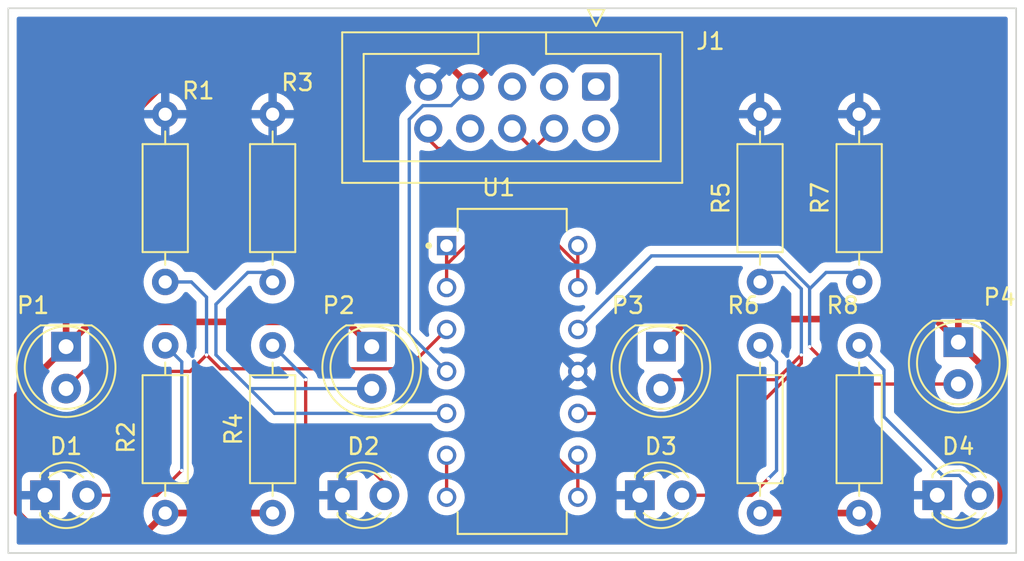
<source format=kicad_pcb>
(kicad_pcb (version 20211014) (generator pcbnew)
  (layers (0 "F.Cu" signal) (31 "B.Cu" signal) (34 "B.Paste" user) (35 "F.Paste" user) (36 "B.SilkS" user "B.Silkscreen") (37 "F.SilkS" user "F.Silkscreen") (38 "B.Mask" user) (39 "F.Mask" user) (44 "Edge.Cuts" user))
  (net 0 "")
  (net 1 "VCC")
  (net 2 "A1")
  (net 3 "GND")
  (net 4 "Net-(D2-Pad2)")
  (net 5 "A2")
  (net 6 "Net-(D4-Pad2)")
  (net 7 "A3")
  (net 8 "A4")
  (net 12 "D4")
  (net 14 "D3")
  (net 15 "D2")
  (net 16 "D1")
  (net 17 "Net-(D1-Pad2)")
  (net 18 "Net-(D3-Pad2)")
  (footprint "Resistor_THT:R_Axial_DIN0207_L6.3mm_D2.5mm_P10.16mm_Horizontal" (layer "F.Cu") (at 130.5 83.58 90)
    (fp_text reference "R5" (at 5.08 -2.37 90) (layer "F.SilkS"))
    (fp_text value "R" hide)
    (fp_line (start 8.35 1.37) (end 8.35 -1.37) (layer "F.SilkS") (width 0.12))
    (fp_line (start 1.04 0) (end 1.81 0) (layer "F.SilkS") (width 0.12))
    (fp_line (start 1.81 1.37) (end 8.35 1.37) (layer "F.SilkS") (width 0.12))
    (fp_line (start 1.81 -1.37) (end 1.81 1.37) (layer "F.SilkS") (width 0.12))
    (fp_line (start 9.12 0) (end 8.35 0) (layer "F.SilkS") (width 0.12))
    (fp_line (start 8.35 -1.37) (end 1.81 -1.37) (layer "F.SilkS") (width 0.12))
    (pad "1" thru_hole circle (at 0 0 90) (size 1.6 1.6) (drill 0.8) (layers *.Cu *.Mask) (net 7 "A3"))
    (pad "2" thru_hole oval (at 10.16 0 90) (size 1.6 1.6) (drill 0.8) (layers *.Cu *.Mask) (net 3 "GND"))
  )
  (footprint "Resistor_THT:R_Axial_DIN0207_L6.3mm_D2.5mm_P10.16mm_Horizontal" (layer "F.Cu") (at 101 83.58 90)
    (fp_text reference "R3" (at 12.08 1.5 180) (layer "F.SilkS"))
    (fp_text value "R" hide)
    (fp_line (start 8.35 1.37) (end 8.35 -1.37) (layer "F.SilkS") (width 0.12))
    (fp_line (start 8.35 -1.37) (end 1.81 -1.37) (layer "F.SilkS") (width 0.12))
    (fp_line (start 1.04 0) (end 1.81 0) (layer "F.SilkS") (width 0.12))
    (fp_line (start 1.81 -1.37) (end 1.81 1.37) (layer "F.SilkS") (width 0.12))
    (fp_line (start 1.81 1.37) (end 8.35 1.37) (layer "F.SilkS") (width 0.12))
    (fp_line (start 9.12 0) (end 8.35 0) (layer "F.SilkS") (width 0.12))
    (pad "1" thru_hole circle (at 0 0 90) (size 1.6 1.6) (drill 0.8) (layers *.Cu *.Mask) (net 5 "A2"))
    (pad "2" thru_hole oval (at 10.16 0 90) (size 1.6 1.6) (drill 0.8) (layers *.Cu *.Mask) (net 3 "GND"))
  )
  (footprint "LED_THT:LED_D3.0mm" (layer "F.Cu") (at 141.225 96.5)
    (fp_text reference "D4" (at 1.27 -2.96) (layer "F.SilkS"))
    (fp_text value "LED" hide)
    (fp_line (start -0.29 1.08) (end -0.29 1.236) (layer "F.SilkS") (width 0.12))
    (fp_line (start -0.29 -1.236) (end -0.29 -1.08) (layer "F.SilkS") (width 0.12))
    (fp_arc (start 0.229039 -1.08) (mid 1.270117 -1.5) (end 2.31113 -1.079837) (layer "F.SilkS") (width 0.12))
    (fp_arc (start -0.29 -1.235516) (mid 1.366487 -1.987659) (end 2.942335 -1.078608) (layer "F.SilkS") (width 0.12))
    (fp_arc (start 2.31113 1.079837) (mid 1.270117 1.5) (end 0.229039 1.08) (layer "F.SilkS") (width 0.12))
    (fp_arc (start 2.942335 1.078608) (mid 1.366487 1.987659) (end -0.29 1.235516) (layer "F.SilkS") (width 0.12))
    (pad "1" thru_hole rect (at 0 0) (size 1.8 1.8) (drill 0.9) (layers *.Cu *.Mask) (net 3 "GND"))
    (pad "2" thru_hole circle (at 2.54 0) (size 1.8 1.8) (drill 0.9) (layers *.Cu *.Mask) (net 6 "Net-(D4-Pad2)"))
  )
  (footprint "Resistor_THT:R_Axial_DIN0207_L6.3mm_D2.5mm_P10.16mm_Horizontal" (layer "F.Cu") (at 94.5 97.58 90)
    (fp_text reference "R2" (at 4.58 -2.37 90) (layer "F.SilkS"))
    (fp_text value "R")
    (fp_line (start 1.04 0) (end 1.81 0) (layer "F.SilkS") (width 0.12))
    (fp_line (start 1.81 1.37) (end 8.35 1.37) (layer "F.SilkS") (width 0.12))
    (fp_line (start 8.35 -1.37) (end 1.81 -1.37) (layer "F.SilkS") (width 0.12))
    (fp_line (start 1.81 -1.37) (end 1.81 1.37) (layer "F.SilkS") (width 0.12))
    (fp_line (start 9.12 0) (end 8.35 0) (layer "F.SilkS") (width 0.12))
    (fp_line (start 8.35 1.37) (end 8.35 -1.37) (layer "F.SilkS") (width 0.12))
    (pad "1" thru_hole circle (at 0 0 90) (size 1.6 1.6) (drill 0.8) (layers *.Cu *.Mask) (net 1 "VCC"))
    (pad "2" thru_hole oval (at 10.16 0 90) (size 1.6 1.6) (drill 0.8) (layers *.Cu *.Mask) (net 17 "Net-(D1-Pad2)"))
  )
  (footprint "Connector_IDC:IDC-Header_2x05_P2.54mm_Vertical" (layer "F.Cu") (at 120.58 71.7475 -90)
    (fp_text reference "J1" (at -2.7475 -6.92 180) (layer "F.SilkS"))
    (fp_text value "Conn_02x05_Odd_Even" hide)
    (fp_line (start -3.29 -5.21) (end 5.83 -5.21) (layer "F.SilkS") (width 0.12))
    (fp_line (start -3.29 3.03) (end -1.98 3.03) (layer "F.SilkS") (width 0.12))
    (fp_line (start -3.68 0) (end -4.68 -0.5) (layer "F.SilkS") (width 0.12))
    (fp_line (start -1.98 7.13) (end -1.98 7.13) (layer "F.SilkS") (width 0.12))
    (fp_line (start -4.68 0.5) (end -3.68 0) (layer "F.SilkS") (width 0.12))
    (fp_line (start 5.83 15.37) (end -3.29 15.37) (layer "F.SilkS") (width 0.12))
    (fp_line (start -1.98 -3.91) (end 4.52 -3.91) (layer "F.SilkS") (width 0.12))
    (fp_line (start 4.52 14.07) (end -1.98 14.07) (layer "F.SilkS") (width 0.12))
    (fp_line (start 5.83 -5.21) (end 5.83 15.37) (layer "F.SilkS") (width 0.12))
    (fp_line (start -1.98 14.07) (end -1.98 7.13) (layer "F.SilkS") (width 0.12))
    (fp_line (start -4.68 -0.5) (end -4.68 0.5) (layer "F.SilkS") (width 0.12))
    (fp_line (start -1.98 7.13) (end -3.29 7.13) (layer "F.SilkS") (width 0.12))
    (fp_line (start -1.98 3.03) (end -1.98 -3.91) (layer "F.SilkS") (width 0.12))
    (fp_line (start -3.29 15.37) (end -3.29 -5.21) (layer "F.SilkS") (width 0.12))
    (fp_line (start 4.52 -3.91) (end 4.52 14.07) (layer "F.SilkS") (width 0.12))
    (pad "1" thru_hole roundrect (at 0 0 270) (size 1.7 1.7) (drill 1) (layers *.Cu *.Mask) (roundrect_rratio 0.147059))
    (pad "2" thru_hole circle (at 2.54 0 270) (size 1.7 1.7) (drill 1) (layers *.Cu *.Mask))
    (pad "3" thru_hole circle (at 0 2.54 270) (size 1.7 1.7) (drill 1) (layers *.Cu *.Mask))
    (pad "4" thru_hole circle (at 2.54 2.54 270) (size 1.7 1.7) (drill 1) (layers *.Cu *.Mask) (net 12 "D4"))
    (pad "5" thru_hole circle (at 0 5.08 270) (size 1.7 1.7) (drill 1) (layers *.Cu *.Mask))
    (pad "6" thru_hole circle (at 2.54 5.08 270) (size 1.7 1.7) (drill 1) (layers *.Cu *.Mask) (net 14 "D3"))
    (pad "7" thru_hole circle (at 0 7.62 270) (size 1.7 1.7) (drill 1) (layers *.Cu *.Mask) (net 1 "VCC"))
    (pad "8" thru_hole circle (at 2.54 7.62 270) (size 1.7 1.7) (drill 1) (layers *.Cu *.Mask) (net 15 "D2"))
    (pad "9" thru_hole circle (at 0 10.16 270) (size 1.7 1.7) (drill 1) (layers *.Cu *.Mask) (net 3 "GND"))
    (pad "10" thru_hole circle (at 2.54 10.16 270) (size 1.7 1.7) (drill 1) (layers *.Cu *.Mask) (net 16 "D1"))
  )
  (footprint "Resistor_THT:R_Axial_DIN0207_L6.3mm_D2.5mm_P10.16mm_Horizontal" (layer "F.Cu") (at 130.5 97.58 90)
    (fp_text reference "R6" (at 12.58 -1 180) (layer "F.SilkS"))
    (fp_text value "R" hide)
    (fp_line (start 1.81 1.37) (end 8.35 1.37) (layer "F.SilkS") (width 0.12))
    (fp_line (start 1.81 -1.37) (end 1.81 1.37) (layer "F.SilkS") (width 0.12))
    (fp_line (start 8.35 -1.37) (end 1.81 -1.37) (layer "F.SilkS") (width 0.12))
    (fp_line (start 8.35 1.37) (end 8.35 -1.37) (layer "F.SilkS") (width 0.12))
    (fp_line (start 1.04 0) (end 1.81 0) (layer "F.SilkS") (width 0.12))
    (fp_line (start 9.12 0) (end 8.35 0) (layer "F.SilkS") (width 0.12))
    (pad "1" thru_hole circle (at 0 0 90) (size 1.6 1.6) (drill 0.8) (layers *.Cu *.Mask) (net 1 "VCC"))
    (pad "2" thru_hole oval (at 10.16 0 90) (size 1.6 1.6) (drill 0.8) (layers *.Cu *.Mask) (net 18 "Net-(D3-Pad2)"))
  )
  (footprint "LED_THT:LED_D5.0mm" (layer "F.Cu") (at 107 87.5 -90)
    (fp_text reference "P2" (at -2.5 2 180) (layer "F.SilkS"))
    (fp_text value "D_Photo" hide)
    (fp_line (start -1.29 -1.545) (end -1.29 1.545) (layer "F.SilkS") (width 0.12))
    (fp_arc (start -1.29 -1.54483) (mid 2.072002 -2.880433) (end 4.26 0.000462) (layer "F.SilkS") (width 0.12))
    (fp_arc (start 4.26 -0.000462) (mid 2.072002 2.880433) (end -1.29 1.54483) (layer "F.SilkS") (width 0.12))
    (fp_circle (center 1.27 0) (end 3.77 0) (layer "F.SilkS") (width 0.12) (fill none))
    (pad "1" thru_hole rect (at 0 0 270) (size 1.8 1.8) (drill 0.9) (layers *.Cu *.Mask) (net 1 "VCC"))
    (pad "2" thru_hole circle (at 2.54 0 270) (size 1.8 1.8) (drill 0.9) (layers *.Cu *.Mask) (net 5 "A2"))
  )
  (footprint "Resistor_THT:R_Axial_DIN0207_L6.3mm_D2.5mm_P10.16mm_Horizontal" (layer "F.Cu") (at 136.5 97.58 90)
    (fp_text reference "R8" (at 12.58 -1 180) (layer "F.SilkS"))
    (fp_text value "R" hide)
    (fp_line (start 1.81 -1.37) (end 1.81 1.37) (layer "F.SilkS") (width 0.12))
    (fp_line (start 8.35 -1.37) (end 1.81 -1.37) (layer "F.SilkS") (width 0.12))
    (fp_line (start 9.12 0) (end 8.35 0) (layer "F.SilkS") (width 0.12))
    (fp_line (start 1.81 1.37) (end 8.35 1.37) (layer "F.SilkS") (width 0.12))
    (fp_line (start 8.35 1.37) (end 8.35 -1.37) (layer "F.SilkS") (width 0.12))
    (fp_line (start 1.04 0) (end 1.81 0) (layer "F.SilkS") (width 0.12))
    (pad "1" thru_hole circle (at 0 0 90) (size 1.6 1.6) (drill 0.8) (layers *.Cu *.Mask) (net 1 "VCC"))
    (pad "2" thru_hole oval (at 10.16 0 90) (size 1.6 1.6) (drill 0.8) (layers *.Cu *.Mask) (net 6 "Net-(D4-Pad2)"))
  )
  (footprint "LED_THT:LED_D3.0mm" (layer "F.Cu") (at 123.225 96.5)
    (fp_text reference "D3" (at 1.27 -2.96) (layer "F.SilkS"))
    (fp_text value "LED" hide)
    (fp_line (start -0.29 1.08) (end -0.29 1.236) (layer "F.SilkS") (width 0.12))
    (fp_line (start -0.29 -1.236) (end -0.29 -1.08) (layer "F.SilkS") (width 0.12))
    (fp_arc (start -0.29 -1.235516) (mid 1.366487 -1.987659) (end 2.942335 -1.078608) (layer "F.SilkS") (width 0.12))
    (fp_arc (start 2.31113 1.079837) (mid 1.270117 1.5) (end 0.229039 1.08) (layer "F.SilkS") (width 0.12))
    (fp_arc (start 2.942335 1.078608) (mid 1.366487 1.987659) (end -0.29 1.235516) (layer "F.SilkS") (width 0.12))
    (fp_arc (start 0.229039 -1.08) (mid 1.270117 -1.5) (end 2.31113 -1.079837) (layer "F.SilkS") (width 0.12))
    (pad "1" thru_hole rect (at 0 0) (size 1.8 1.8) (drill 0.9) (layers *.Cu *.Mask) (net 3 "GND"))
    (pad "2" thru_hole circle (at 2.54 0) (size 1.8 1.8) (drill 0.9) (layers *.Cu *.Mask) (net 18 "Net-(D3-Pad2)"))
  )
  (footprint "LED_THT:LED_D5.0mm" (layer "F.Cu") (at 88.5 87.5 -90)
    (fp_text reference "P1" (at -2.5 2 180) (layer "F.SilkS"))
    (fp_text value "D_Photo" hide)
    (fp_line (start -1.29 -1.545) (end -1.29 1.545) (layer "F.SilkS") (width 0.12))
    (fp_arc (start -1.29 -1.54483) (mid 2.072002 -2.880433) (end 4.26 0.000462) (layer "F.SilkS") (width 0.12))
    (fp_arc (start 4.26 -0.000462) (mid 2.072002 2.880433) (end -1.29 1.54483) (layer "F.SilkS") (width 0.12))
    (fp_circle (center 1.27 0) (end 3.77 0) (layer "F.SilkS") (width 0.12) (fill none))
    (pad "1" thru_hole rect (at 0 0 270) (size 1.8 1.8) (drill 0.9) (layers *.Cu *.Mask) (net 1 "VCC"))
    (pad "2" thru_hole circle (at 2.54 0 270) (size 1.8 1.8) (drill 0.9) (layers *.Cu *.Mask) (net 2 "A1"))
  )
  (footprint "LED_THT:LED_D3.0mm" (layer "F.Cu") (at 87.225 96.5)
    (fp_text reference "D1" (at 1.27 -2.96) (layer "F.SilkS"))
    (fp_text value "LED" hide)
    (fp_line (start -0.29 1.08) (end -0.29 1.236) (layer "F.SilkS") (width 0.12))
    (fp_line (start -0.29 -1.236) (end -0.29 -1.08) (layer "F.SilkS") (width 0.12))
    (fp_arc (start 0.229039 -1.08) (mid 1.270117 -1.5) (end 2.31113 -1.079837) (layer "F.SilkS") (width 0.12))
    (fp_arc (start 2.31113 1.079837) (mid 1.270117 1.5) (end 0.229039 1.08) (layer "F.SilkS") (width 0.12))
    (fp_arc (start -0.29 -1.235516) (mid 1.366487 -1.987659) (end 2.942335 -1.078608) (layer "F.SilkS") (width 0.12))
    (fp_arc (start 2.942335 1.078608) (mid 1.366487 1.987659) (end -0.29 1.235516) (layer "F.SilkS") (width 0.12))
    (pad "1" thru_hole rect (at 0 0) (size 1.8 1.8) (drill 0.9) (layers *.Cu *.Mask) (net 3 "GND"))
    (pad "2" thru_hole circle (at 2.54 0) (size 1.8 1.8) (drill 0.9) (layers *.Cu *.Mask) (net 17 "Net-(D1-Pad2)"))
  )
  (footprint "Resistor_THT:R_Axial_DIN0207_L6.3mm_D2.5mm_P10.16mm_Horizontal" (layer "F.Cu") (at 136.5 83.58 90)
    (fp_text reference "R7" (at 5.08 -2.37 90) (layer "F.SilkS"))
    (fp_text value "R" hide)
    (fp_line (start 9.12 0) (end 8.35 0) (layer "F.SilkS") (width 0.12))
    (fp_line (start 8.35 -1.37) (end 1.81 -1.37) (layer "F.SilkS") (width 0.12))
    (fp_line (start 1.81 -1.37) (end 1.81 1.37) (layer "F.SilkS") (width 0.12))
    (fp_line (start 1.04 0) (end 1.81 0) (layer "F.SilkS") (width 0.12))
    (fp_line (start 8.35 1.37) (end 8.35 -1.37) (layer "F.SilkS") (width 0.12))
    (fp_line (start 1.81 1.37) (end 8.35 1.37) (layer "F.SilkS") (width 0.12))
    (pad "1" thru_hole circle (at 0 0 90) (size 1.6 1.6) (drill 0.8) (layers *.Cu *.Mask) (net 8 "A4"))
    (pad "2" thru_hole oval (at 10.16 0 90) (size 1.6 1.6) (drill 0.8) (layers *.Cu *.Mask) (net 3 "GND"))
  )
  (footprint "components_libraries:DIP794W45P254L1969H508Q14" (layer "F.Cu") (at 115.5 89)
    (fp_text reference "U1" (at -0.825 -11.135) (layer "F.SilkS"))
    (fp_text value "LM324")
    (fp_line (start -3.3 9.845) (end -3.3 8.525) (layer "F.SilkS") (width 0.127))
    (fp_line (start 3.3 9.845) (end -3.3 9.845) (layer "F.SilkS") (width 0.127))
    (fp_line (start 3.3 -9.845) (end 3.3 -8.525) (layer "F.SilkS") (width 0.127))
    (fp_line (start -3.3 -8.525) (end -3.3 -9.845) (layer "F.SilkS") (width 0.127))
    (fp_line (start -3.3 -9.845) (end 3.3 -9.845) (layer "F.SilkS") (width 0.127))
    (fp_line (start 3.3 8.525) (end 3.3 9.845) (layer "F.SilkS") (width 0.127))
    (fp_circle (center -5.055 -7.62) (end -4.955 -7.62) (layer "F.SilkS") (width 0.2) (fill none))
    (pad "1" thru_hole rect locked (at -3.97 -7.62) (size 1.17 1.17) (drill 0.77) (layers *.Cu *.Mask) (net 16 "D1"))
    (pad "2" thru_hole circle locked (at -3.97 -5.08) (size 1.17 1.17) (drill 0.77) (layers *.Cu *.Mask) (net 16 "D1"))
    (pad "3" thru_hole circle locked (at -3.97 -2.54) (size 1.17 1.17) (drill 0.77) (layers *.Cu *.Mask) (net 2 "A1"))
    (pad "4" thru_hole circle locked (at -3.97 0) (size 1.17 1.17) (drill 0.77) (layers *.Cu *.Mask) (net 1 "VCC"))
    (pad "5" thru_hole circle locked (at -3.97 2.54) (size 1.17 1.17) (drill 0.77) (layers *.Cu *.Mask) (net 5 "A2"))
    (pad "6" thru_hole circle locked (at -3.97 5.08) (size 1.17 1.17) (drill 0.77) (layers *.Cu *.Mask) (net 15 "D2"))
    (pad "7" thru_hole circle locked (at -3.97 7.62) (size 1.17 1.17) (drill 0.77) (layers *.Cu *.Mask) (net 15 "D2"))
    (pad "8" thru_hole circle locked (at 3.97 7.62) (size 1.17 1.17) (drill 0.77) (layers *.Cu *.Mask) (net 14 "D3"))
    (pad "9" thru_hole circle locked (at 3.97 5.08) (size 1.17 1.17) (drill 0.77) (layers *.Cu *.Mask) (net 14 "D3"))
    (pad "10" thru_hole circle locked (at 3.97 2.54) (size 1.17 1.17) (drill 0.77) (layers *.Cu *.Mask) (net 7 "A3"))
    (pad "11" thru_hole circle locked (at 3.97 0) (size 1.17 1.17) (drill 0.77) (layers *.Cu *.Mask) (net 3 "GND"))
    (pad "12" thru_hole circle locked (at 3.97 -2.54) (size 1.17 1.17) (drill 0.77) (layers *.Cu *.Mask) (net 8 "A4"))
    (pad "13" thru_hole circle locked (at 3.97 -5.08) (size 1.17 1.17) (drill 0.77) (layers *.Cu *.Mask) (net 12 "D4"))
    (pad "14" thru_hole circle locked (at 3.97 -7.62) (size 1.17 1.17) (drill 0.77) (layers *.Cu *.Mask) (net 12 "D4"))
  )
  (footprint "Resistor_THT:R_Axial_DIN0207_L6.3mm_D2.5mm_P10.16mm_Horizontal" (layer "F.Cu") (at 101 97.58 90)
    (fp_text reference "R4" (at 5.08 -2.37 90) (layer "F.SilkS"))
    (fp_text value "R")
    (fp_line (start 1.81 -1.37) (end 1.81 1.37) (layer "F.SilkS") (width 0.12))
    (fp_line (start 1.04 0) (end 1.81 0) (layer "F.SilkS") (width 0.12))
    (fp_line (start 8.35 1.37) (end 8.35 -1.37) (layer "F.SilkS") (width 0.12))
    (fp_line (start 9.12 0) (end 8.35 0) (layer "F.SilkS") (width 0.12))
    (fp_line (start 8.35 -1.37) (end 1.81 -1.37) (layer "F.SilkS") (width 0.12))
    (fp_line (start 1.81 1.37) (end 8.35 1.37) (layer "F.SilkS") (width 0.12))
    (pad "1" thru_hole circle (at 0 0 90) (size 1.6 1.6) (drill 0.8) (layers *.Cu *.Mask) (net 1 "VCC"))
    (pad "2" thru_hole oval (at 10.16 0 90) (size 1.6 1.6) (drill 0.8) (layers *.Cu *.Mask) (net 4 "Net-(D2-Pad2)"))
  )
  (footprint "Resistor_THT:R_Axial_DIN0207_L6.3mm_D2.5mm_P10.16mm_Horizontal" (layer "F.Cu") (at 94.5 83.58 90)
    (fp_text reference "R1" (at 11.58 2 180) (layer "F.SilkS"))
    (fp_text value "R" hide)
    (fp_line (start 8.35 1.37) (end 8.35 -1.37) (layer "F.SilkS") (width 0.12))
    (fp_line (start 1.81 1.37) (end 8.35 1.37) (layer "F.SilkS") (width 0.12))
    (fp_line (start 1.04 0) (end 1.81 0) (layer "F.SilkS") (width 0.12))
    (fp_line (start 1.81 -1.37) (end 1.81 1.37) (layer "F.SilkS") (width 0.12))
    (fp_line (start 9.12 0) (end 8.35 0) (layer "F.SilkS") (width 0.12))
    (fp_line (start 8.35 -1.37) (end 1.81 -1.37) (layer "F.SilkS") (width 0.12))
    (pad "1" thru_hole circle (at 0 0 90) (size 1.6 1.6) (drill 0.8) (layers *.Cu *.Mask) (net 2 "A1"))
    (pad "2" thru_hole oval (at 10.16 0 90) (size 1.6 1.6) (drill 0.8) (layers *.Cu *.Mask) (net 3 "GND"))
  )
  (footprint "LED_THT:LED_D5.0mm" (layer "F.Cu") (at 124.5 87.5 -90)
    (fp_text reference "P3" (at -2.5 2 180) (layer "F.SilkS"))
    (fp_text value "D_Photo" hide)
    (fp_line (start -1.29 -1.545) (end -1.29 1.545) (layer "F.SilkS") (width 0.12))
    (fp_arc (start -1.29 -1.54483) (mid 2.072002 -2.880433) (end 4.26 0.000462) (layer "F.SilkS") (width 0.12))
    (fp_arc (start 4.26 -0.000462) (mid 2.072002 2.880433) (end -1.29 1.54483) (layer "F.SilkS") (width 0.12))
    (fp_circle (center 1.27 0) (end 3.77 0) (layer "F.SilkS") (width 0.12) (fill none))
    (pad "1" thru_hole rect (at 0 0 270) (size 1.8 1.8) (drill 0.9) (layers *.Cu *.Mask) (net 1 "VCC"))
    (pad "2" thru_hole circle (at 2.54 0 270) (size 1.8 1.8) (drill 0.9) (layers *.Cu *.Mask) (net 7 "A3"))
  )
  (footprint "LED_THT:LED_D5.0mm" (layer "F.Cu") (at 142.5 87.225 -90)
    (fp_text reference "P4" (at -2.725 -2.5 180) (layer "F.SilkS"))
    (fp_text value "D_Photo" hide)
    (fp_line (start -1.29 -1.545) (end -1.29 1.545) (layer "F.SilkS") (width 0.12))
    (fp_arc (start -1.29 -1.54483) (mid 2.072002 -2.880433) (end 4.26 0.000462) (layer "F.SilkS") (width 0.12))
    (fp_arc (start 4.26 -0.000462) (mid 2.072002 2.880433) (end -1.29 1.54483) (layer "F.SilkS") (width 0.12))
    (fp_circle (center 1.27 0) (end 3.77 0) (layer "F.SilkS") (width 0.12) (fill none))
    (pad "1" thru_hole rect (at 0 0 270) (size 1.8 1.8) (drill 0.9) (layers *.Cu *.Mask) (net 1 "VCC"))
    (pad "2" thru_hole circle (at 2.54 0 270) (size 1.8 1.8) (drill 0.9) (layers *.Cu *.Mask) (net 8 "A4"))
  )
  (footprint "LED_THT:LED_D3.0mm" (layer "F.Cu") (at 105.225 96.5)
    (fp_text reference "D2" (at 1.27 -2.96) (layer "F.SilkS"))
    (fp_text value "LED" hide)
    (fp_line (start -0.29 -1.236) (end -0.29 -1.08) (layer "F.SilkS") (width 0.12))
    (fp_line (start -0.29 1.08) (end -0.29 1.236) (layer "F.SilkS") (width 0.12))
    (fp_arc (start 2.31113 1.079837) (mid 1.270117 1.5) (end 0.229039 1.08) (layer "F.SilkS") (width 0.12))
    (fp_arc (start 2.942335 1.078608) (mid 1.366487 1.987659) (end -0.29 1.235516) (layer "F.SilkS") (width 0.12))
    (fp_arc (start -0.29 -1.235516) (mid 1.366487 -1.987659) (end 2.942335 -1.078608) (layer "F.SilkS") (width 0.12))
    (fp_arc (start 0.229039 -1.08) (mid 1.270117 -1.5) (end 2.31113 -1.079837) (layer "F.SilkS") (width 0.12))
    (pad "1" thru_hole rect (at 0 0) (size 1.8 1.8) (drill 0.9) (layers *.Cu *.Mask) (net 3 "GND"))
    (pad "2" thru_hole circle (at 2.54 0) (size 1.8 1.8) (drill 0.9) (layers *.Cu *.Mask) (net 4 "Net-(D2-Pad2)"))
  )
  (gr_line (start 85 67) (end 146 67) (layer "Edge.Cuts") (width 0.1))
  (gr_line (start 146 67) (end 146 100) (layer "Edge.Cuts") (width 0.1))
  (gr_line (start 146 100) (end 85 100) (layer "Edge.Cuts") (width 0.1))
  (gr_line (start 85 100) (end 85 67) (layer "Edge.Cuts") (width 0.1))
  (segment (start 144.5 98.5) (end 145.065 97.935) (width 0.4) (layer "F.Cu") (net 1))
  (segment (start 85.542846 97.542846) (end 85.542846 90.457154) (width 0.4) (layer "F.Cu") (net 1))
  (segment (start 145.065 89.79) (end 142.5 87.225) (width 0.4) (layer "F.Cu") (net 1))
  (segment (start 142.5 87.225) (end 142.5 76.959266) (width 0.4) (layer "F.Cu") (net 1))
  (segment (start 124.5 87.5) (end 126.170733 85.829267) (width 0.4) (layer "F.Cu") (net 1))
  (segment (start 111.2125 70) (end 112.96 71.7475) (width 0.4) (layer "F.Cu") (net 1))
  (segment (start 90 86) (end 88.5 87.5) (width 0.4) (layer "F.Cu") (net 1))
  (segment (start 87 99) (end 85.542846 97.542846) (width 0.4) (layer "F.Cu") (net 1))
  (segment (start 142.5 76.959266) (end 135.540734 70) (width 0.4) (layer "F.Cu") (net 1))
  (segment (start 136.5 97.58) (end 137.42 98.5) (width 0.4) (layer "F.Cu") (net 1))
  (segment (start 135.540734 70) (end 114.7075 70) (width 0.4) (layer "F.Cu") (net 1))
  (segment (start 114.7075 70) (end 112.96 71.7475) (width 0.4) (layer "F.Cu") (net 1))
  (segment (start 88.5 77.5) (end 96 70) (width 0.4) (layer "F.Cu") (net 1))
  (segment (start 85.542846 90.457154) (end 88.5 87.5) (width 0.4) (layer "F.Cu") (net 1))
  (segment (start 94.5 97.58) (end 93.08 99) (width 0.4) (layer "F.Cu") (net 1))
  (segment (start 126.170733 85.829267) (end 141.104267 85.829267) (width 0.4) (layer "F.Cu") (net 1))
  (segment (start 145.065 97.935) (end 145.065 89.79) (width 0.4) (layer "F.Cu") (net 1))
  (segment (start 94.5 97.58) (end 101 97.58) (width 0.4) (layer "F.Cu") (net 1))
  (segment (start 130.5 97.58) (end 136.5 97.58) (width 0.4) (layer "F.Cu") (net 1))
  (segment (start 107 87.5) (end 105.5 86) (width 0.4) (layer "F.Cu") (net 1))
  (segment (start 137.42 98.5) (end 144.5 98.5) (width 0.4) (layer "F.Cu") (net 1))
  (segment (start 141.104267 85.829267) (end 142.5 87.225) (width 0.4) (layer "F.Cu") (net 1))
  (segment (start 88.5 87.5) (end 88.5 77.5) (width 0.4) (layer "F.Cu") (net 1))
  (segment (start 96 70) (end 111.2125 70) (width 0.4) (layer "F.Cu") (net 1))
  (segment (start 105.5 86) (end 90 86) (width 0.4) (layer "F.Cu") (net 1))
  (segment (start 93.08 99) (end 87 99) (width 0.4) (layer "F.Cu") (net 1))
  (segment (start 110.1025 72.8975) (end 111.81 72.8975) (width 0.2) (layer "B.Cu") (net 1))
  (segment (start 111.53 89) (end 109.27 86.74) (width 0.2) (layer "B.Cu") (net 1))
  (segment (start 109.27 86.74) (end 109.27 73.73) (width 0.2) (layer "B.Cu") (net 1))
  (segment (start 111.81 72.8975) (end 112.96 71.7475) (width 0.2) (layer "B.Cu") (net 1))
  (segment (start 109.27 73.73) (end 110.1025 72.8975) (width 0.2) (layer "B.Cu") (net 1))
  (segment (start 97.84 88.84) (end 109.15 88.84) (width 0.2) (layer "F.Cu") (net 2))
  (segment (start 90.5 89) (end 96 89) (width 0.2) (layer "F.Cu") (net 2))
  (segment (start 109.15 88.84) (end 111.53 86.46) (width 0.2) (layer "F.Cu") (net 2))
  (segment (start 96 89) (end 97 88) (width 0.2) (layer "F.Cu") (net 2))
  (segment (start 97 88) (end 97.84 88.84) (width 0.2) (layer "F.Cu") (net 2))
  (segment (start 88.5 90.04) (end 89.54 89) (width 0.2) (layer "F.Cu") (net 2))
  (segment (start 89.54 89) (end 90.5 89) (width 0.2) (layer "F.Cu") (net 2))
  (via (at 97 88) (size 0.2) (drill 0.4) (layers "F.Cu" "B.Cu") (net 2))
  (segment (start 97 84.5) (end 96.08 83.58) (width 0.2) (layer "B.Cu") (net 2))
  (segment (start 97 88) (end 97 84.5) (width 0.2) (layer "B.Cu") (net 2))
  (segment (start 96.08 83.58) (end 94.5 83.58) (width 0.2) (layer "B.Cu") (net 2))
  (segment (start 87.225 96.5) (end 87.225 95.775) (width 0.4) (layer "F.Cu") (net 3))
  (segment (start 130.5 73.42) (end 130.0775 72.9975) (width 0.4) (layer "F.Cu") (net 3))
  (segment (start 104.5 95) (end 107 95) (width 0.2) (layer "F.Cu") (net 4))
  (segment (start 103 89.5) (end 103 93.5) (width 0.2) (layer "F.Cu") (net 4))
  (segment (start 107.765 95.765) (end 107.765 96.5) (width 0.2) (layer "F.Cu") (net 4))
  (segment (start 107 95) (end 107.765 95.765) (width 0.2) (layer "F.Cu") (net 4))
  (segment (start 103 93.5) (end 104.5 95) (width 0.2) (layer "F.Cu") (net 4))
  (via (at 103 89.5) (size 0.2) (drill 0.4) (layers "F.Cu" "B.Cu") (net 4))
  (segment (start 103 89.42) (end 103 89.5) (width 0.2) (layer "B.Cu") (net 4))
  (segment (start 101 87.42) (end 103 89.42) (width 0.2) (layer "B.Cu") (net 4))
  (segment (start 101.11 91.54) (end 111.53 91.54) (width 0.2) (layer "B.Cu") (net 5))
  (segment (start 100.5 83) (end 101 83.5) (width 0.2) (layer "B.Cu") (net 5))
  (segment (start 99.5 83) (end 100.5 83) (width 0.2) (layer "B.Cu") (net 5))
  (segment (start 99.61 90.04) (end 101.11 91.54) (width 0.2) (layer "B.Cu") (net 5))
  (segment (start 101 83.5) (end 101 83.58) (width 0.2) (layer "B.Cu") (net 5))
  (segment (start 97.57 84.93) (end 99.5 83) (width 0.2) (layer "B.Cu") (net 5))
  (segment (start 97.57 88) (end 97.57 84.93) (width 0.2) (layer "B.Cu") (net 5))
  (segment (start 99.61 90.04) (end 97.57 88) (width 0.2) (layer "B.Cu") (net 5))
  (segment (start 107 90.04) (end 99.61 90.04) (width 0.2) (layer "B.Cu") (net 5))
  (segment (start 138 88.92) (end 138 91.75) (width 0.2) (layer "B.Cu") (net 6))
  (segment (start 136.5 87.42) (end 138 88.92) (width 0.2) (layer "B.Cu") (net 6))
  (segment (start 142.565 95.3) (end 143.765 96.5) (width 0.2) (layer "B.Cu") (net 6))
  (segment (start 141.55 95.3) (end 142.565 95.3) (width 0.2) (layer "B.Cu") (net 6))
  (segment (start 138 91.75) (end 141.55 95.3) (width 0.2) (layer "B.Cu") (net 6))
  (segment (start 133 88) (end 133 88.5) (width 0.2) (layer "F.Cu") (net 7))
  (segment (start 124.5 90.04) (end 125.04 89.5) (width 0.2) (layer "F.Cu") (net 7))
  (segment (start 131.5 89.5) (end 133 88) (width 0.2) (layer "F.Cu") (net 7))
  (segment (start 125.04 89.5) (end 131.5 89.5) (width 0.2) (layer "F.Cu") (net 7))
  (segment (start 129.96 91.54) (end 119.47 91.54) (width 0.2) (layer "F.Cu") (net 7))
  (segment (start 133 88.5) (end 129.96 91.54) (width 0.2) (layer "F.Cu") (net 7))
  (via (at 133 88) (size 0.2) (drill 0.4) (layers "F.Cu" "B.Cu") (net 7))
  (segment (start 131 83) (end 130.5 83.5) (width 0.2) (layer "B.Cu") (net 7))
  (segment (start 132 83) (end 131 83) (width 0.2) (layer "B.Cu") (net 7))
  (segment (start 133 88) (end 133 84) (width 0.2) (layer "B.Cu") (net 7))
  (segment (start 130.5 83.5) (end 130.5 83.58) (width 0.2) (layer "B.Cu") (net 7))
  (segment (start 133 84) (end 132 83) (width 0.2) (layer "B.Cu") (net 7))
  (segment (start 135.765 89.765) (end 133.5 87.5) (width 0.2) (layer "F.Cu") (net 8))
  (segment (start 142.5 89.765) (end 135.765 89.765) (width 0.2) (layer "F.Cu") (net 8))
  (via (at 133.5 87.5) (size 0.2) (drill 0.4) (layers "F.Cu" "B.Cu") (net 8))
  (segment (start 136.5 83.5) (end 136.5 83.58) (width 0.2) (layer "B.Cu") (net 8))
  (segment (start 133.5 83.934314) (end 131.565686 82) (width 0.2) (layer "B.Cu") (net 8))
  (segment (start 133.5 84) (end 134.5 83) (width 0.2) (layer "B.Cu") (net 8))
  (segment (start 133.5 84) (end 133.5 83.934314) (width 0.2) (layer "B.Cu") (net 8))
  (segment (start 123.93 82) (end 119.47 86.46) (width 0.2) (layer "B.Cu") (net 8))
  (segment (start 133.5 87.5) (end 133.5 84) (width 0.2) (layer "B.Cu") (net 8))
  (segment (start 136 83) (end 136.5 83.5) (width 0.2) (layer "B.Cu") (net 8))
  (segment (start 131.565686 82) (end 123.93 82) (width 0.2) (layer "B.Cu") (net 8))
  (segment (start 134.5 83) (end 136 83) (width 0.2) (layer "B.Cu") (net 8))
  (segment (start 117 80.06) (end 117 75.3275) (width 0.2) (layer "F.Cu") (net 12))
  (segment (start 117 75.3275) (end 118.04 74.2875) (width 0.2) (layer "F.Cu") (net 12))
  (segment (start 119.47 82.53) (end 119.47 83.92) (width 0.2) (layer "F.Cu") (net 12))
  (segment (start 119.47 81.38) (end 119.47 82.53) (width 0.2) (layer "F.Cu") (net 12))
  (segment (start 119.47 82.53) (end 117 80.06) (width 0.2) (layer "F.Cu") (net 12))
  (segment (start 116.6 92.6) (end 116.6 75.3875) (width 0.2) (layer "F.Cu") (net 14))
  (segment (start 119.47 96.62) (end 119.47 95.47) (width 0.2) (layer "F.Cu") (net 14))
  (segment (start 116.6 75.3875) (end 115.5 74.2875) (width 0.2) (layer "F.Cu") (net 14))
  (segment (start 119.47 95.47) (end 116.6 92.6) (width 0.2) (layer "F.Cu") (net 14))
  (segment (start 119.47 95.47) (end 119.47 94.08) (width 0.2) (layer "F.Cu") (net 14))
  (segment (start 111.53 94.08) (end 111.53 96.62) (width 0.2) (layer "F.Cu") (net 15))
  (segment (start 112 75.5) (end 111 75.5) (width 0.2) (layer "F.Cu") (net 16))
  (segment (start 113 81.06) (end 113 76.5) (width 0.2) (layer "F.Cu") (net 16))
  (segment (start 111.53 82.53) (end 113 81.06) (width 0.2) (layer "F.Cu") (net 16))
  (segment (start 111.53 82.53) (end 111.53 83.92) (width 0.2) (layer "F.Cu") (net 16))
  (segment (start 110.42 74.92) (end 110.42 74.2875) (width 0.2) (layer "F.Cu") (net 16))
  (segment (start 111 75.5) (end 110.42 74.92) (width 0.2) (layer "F.Cu") (net 16))
  (segment (start 111.53 81.38) (end 111.53 82.53) (width 0.2) (layer "F.Cu") (net 16))
  (segment (start 113 76.5) (end 112 75.5) (width 0.2) (layer "F.Cu") (net 16))
  (segment (start 89.765 96.5) (end 94 96.5) (width 0.2) (layer "F.Cu") (net 17))
  (segment (start 94 96.5) (end 95.5 95) (width 0.2) (layer "F.Cu") (net 17))
  (via (at 95.5 95) (size 0.2) (drill 0.4) (layers "F.Cu" "B.Cu") (net 17))
  (segment (start 95.5 88.42) (end 94.5 87.42) (width 0.2) (layer "B.Cu") (net 17))
  (segment (start 95.5 95) (end 95.5 88.42) (width 0.2) (layer "B.Cu") (net 17))
  (segment (start 130 96.5) (end 131 95.5) (width 0.2) (layer "F.Cu") (net 18))
  (segment (start 125.765 96.5) (end 130 96.5) (width 0.2) (layer "F.Cu") (net 18))
  (via (at 131 95.5) (size 0.2) (drill 0.4) (layers "F.Cu" "B.Cu") (net 18))
  (segment (start 131.5 88.42) (end 130.5 87.42) (width 0.2) (layer "B.Cu") (net 18))
  (segment (start 131.5 95) (end 131.5 88.42) (width 0.2) (layer "B.Cu") (net 18))
  (segment (start 131 95.5) (end 131.5 95) (width 0.2) (layer "B.Cu") (net 18))
  (zone (net 3) (net_name "GND") (layer "B.Cu") (connect_pads (clearance 0.508)) (min_thickness 0.254) (fill yes (thermal_gap 0.508) (thermal_bridge_width 0.508))
    (polygon (pts (xy 146.5 100.5) (xy 84.5 100.5) (xy 84.5 66.5) (xy 146.5 66.5)))
  )
)
</source>
